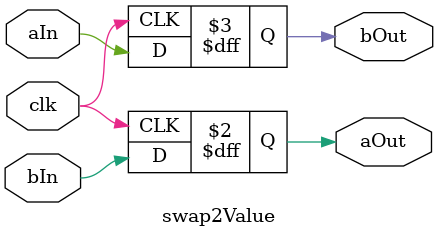
<source format=v>
/*
 *
 *swap.v
 *   do a swap operation
 *
 * I just want to know
 * if a programmable logic unit can be employed for faster sorting algorithm.  
 *
 * Lu Shengliang
 *
 * stackoverflow.com/questions/13815642/what-is-the-best-way-to-exchange-2-registers-in-verilog
 */

module swap2Value(input aIn, bIn, clk, output reg aOut, bOut);
  always @(posedge clk)
    begin
	    aOut <= bIn;
	    bOut <= aIn;
    end      
endmodule // swap2Value

//performed well on xilinx tools. next time try to figure out the implementation.
</source>
